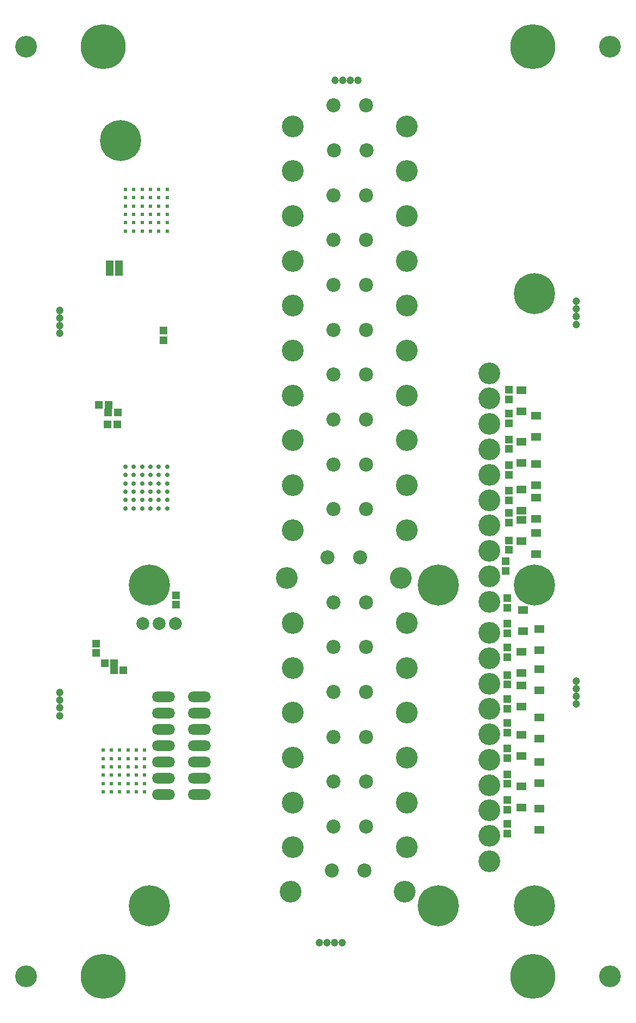
<source format=gbr>
G04 #@! TF.FileFunction,Soldermask,Bot*
%FSLAX46Y46*%
G04 Gerber Fmt 4.6, Leading zero omitted, Abs format (unit mm)*
G04 Created by KiCad (PCBNEW 4.0.6) date 07/19/17 23:08:42*
%MOMM*%
%LPD*%
G01*
G04 APERTURE LIST*
%ADD10C,0.100000*%
%ADD11C,7.000000*%
%ADD12C,3.400000*%
%ADD13C,1.200000*%
%ADD14C,0.610000*%
%ADD15C,0.700000*%
%ADD16C,0.620000*%
%ADD17R,1.150000X1.200000*%
%ADD18C,6.400000*%
%ADD19O,3.600000X1.670000*%
%ADD20R,1.200000X1.150000*%
%ADD21R,1.600000X1.300000*%
%ADD22C,2.000000*%
%ADD23C,2.200000*%
G04 APERTURE END LIST*
D10*
D11*
X121500000Y-37000000D03*
X54500000Y-37000000D03*
X54500000Y-182000000D03*
X121500000Y-182000000D03*
D12*
X133500000Y-182000000D03*
X42500000Y-182000000D03*
X42500000Y-37000000D03*
D13*
X47750000Y-81700000D03*
X47750000Y-78100000D03*
X47750000Y-79300000D03*
X47750000Y-80500000D03*
X47750000Y-141350000D03*
X47750000Y-137750000D03*
X47750000Y-138950000D03*
X47750000Y-140150000D03*
X94250000Y-42250000D03*
X90650000Y-42250000D03*
X91850000Y-42250000D03*
X93050000Y-42250000D03*
X128250000Y-139550000D03*
X128250000Y-135950000D03*
X128250000Y-137150000D03*
X128250000Y-138350000D03*
X91800000Y-176750000D03*
X88200000Y-176750000D03*
X89400000Y-176750000D03*
X90600000Y-176750000D03*
D14*
X64500000Y-65750000D03*
X63200000Y-65750000D03*
X61900000Y-65750000D03*
X60600000Y-65750000D03*
X59300000Y-65750000D03*
X58000000Y-65750000D03*
X64500000Y-64450000D03*
X63200000Y-64450000D03*
X61900000Y-64450000D03*
X60600000Y-64450000D03*
X59300000Y-64450000D03*
X58000000Y-64450000D03*
X64500000Y-63150000D03*
X63200000Y-63150000D03*
X61900000Y-63150000D03*
X60600000Y-63150000D03*
X59300000Y-63150000D03*
X58000000Y-63150000D03*
X64500000Y-61850000D03*
X63200000Y-61850000D03*
X61900000Y-61850000D03*
X60600000Y-61850000D03*
X59300000Y-61850000D03*
X58000000Y-61850000D03*
X64500000Y-60550000D03*
X63200000Y-60550000D03*
X61900000Y-60550000D03*
X60600000Y-60550000D03*
X59300000Y-60550000D03*
X58000000Y-60550000D03*
X64500000Y-59250000D03*
X63200000Y-59250000D03*
X61900000Y-59250000D03*
X60600000Y-59250000D03*
X59300000Y-59250000D03*
D15*
X64500000Y-109000000D03*
X63200000Y-109000000D03*
X61900000Y-109000000D03*
X60600000Y-109000000D03*
X59300000Y-109000000D03*
X58000000Y-109000000D03*
X64500000Y-107700000D03*
X63200000Y-107700000D03*
X61900000Y-107700000D03*
X60600000Y-107700000D03*
X59300000Y-107700000D03*
X58000000Y-107700000D03*
X64500000Y-106400000D03*
X63200000Y-106400000D03*
X61900000Y-106400000D03*
X60600000Y-106400000D03*
X59300000Y-106400000D03*
X58000000Y-106400000D03*
X64500000Y-105100000D03*
X63200000Y-105100000D03*
X61900000Y-105100000D03*
X60600000Y-105100000D03*
X59300000Y-105100000D03*
X58000000Y-105100000D03*
X64500000Y-103800000D03*
X63200000Y-103800000D03*
X61900000Y-103800000D03*
X60600000Y-103800000D03*
X59300000Y-103800000D03*
X58000000Y-103800000D03*
X64500000Y-102500000D03*
X63200000Y-102500000D03*
X61900000Y-102500000D03*
X60600000Y-102500000D03*
X59300000Y-102500000D03*
D16*
X61000000Y-153250000D03*
X59700000Y-153250000D03*
X58400000Y-153250000D03*
X57100000Y-153250000D03*
X55800000Y-153250000D03*
X54500000Y-153250000D03*
X61000000Y-151950000D03*
X59700000Y-151950000D03*
X58400000Y-151950000D03*
X57100000Y-151950000D03*
X55800000Y-151950000D03*
X54500000Y-151950000D03*
X61000000Y-150650000D03*
X59700000Y-150650000D03*
X58400000Y-150650000D03*
X57100000Y-150650000D03*
X55800000Y-150650000D03*
X54500000Y-150650000D03*
X61000000Y-149350000D03*
X59700000Y-149350000D03*
X58400000Y-149350000D03*
X57100000Y-149350000D03*
X55800000Y-149350000D03*
X54500000Y-149350000D03*
X61000000Y-148050000D03*
X59700000Y-148050000D03*
X58400000Y-148050000D03*
X57100000Y-148050000D03*
X55800000Y-148050000D03*
X54500000Y-148050000D03*
X61000000Y-146750000D03*
X59700000Y-146750000D03*
X58400000Y-146750000D03*
X57100000Y-146750000D03*
X55800000Y-146750000D03*
D12*
X100890000Y-119900000D03*
X83110000Y-119900000D03*
D17*
X117500000Y-136500000D03*
X117500000Y-135000000D03*
X117500000Y-132250000D03*
X117500000Y-130750000D03*
X117500000Y-128500000D03*
X117500000Y-127000000D03*
X117500000Y-124500000D03*
X117500000Y-123000000D03*
X117500000Y-159750000D03*
X117500000Y-158250000D03*
X117500000Y-156000000D03*
X117500000Y-154500000D03*
X117500000Y-152000000D03*
X117500000Y-150500000D03*
X117500000Y-148000000D03*
X117500000Y-146500000D03*
X117500000Y-144000000D03*
X117500000Y-142500000D03*
X117750000Y-107750000D03*
X117750000Y-106250000D03*
X117750000Y-103750000D03*
X117750000Y-102250000D03*
X117750000Y-99750000D03*
X117750000Y-98250000D03*
X117750000Y-95750000D03*
X117750000Y-94250000D03*
D18*
X121770000Y-75472000D03*
X57250000Y-51600000D03*
X61750000Y-121000000D03*
X106750000Y-121000000D03*
X121750000Y-121000000D03*
X106750000Y-171000000D03*
X121750000Y-171000000D03*
X61750000Y-171000000D03*
D12*
X101890000Y-84400000D03*
X84110000Y-84400000D03*
X101890000Y-91400000D03*
X84110000Y-91400000D03*
X101890000Y-98400000D03*
X84110000Y-98400000D03*
X101890000Y-105400000D03*
X84110000Y-105400000D03*
X101890000Y-112400000D03*
X84110000Y-112400000D03*
X101890000Y-126900000D03*
X84110000Y-126900000D03*
X101890000Y-77400000D03*
X84110000Y-77400000D03*
X101890000Y-70400000D03*
X84110000Y-70400000D03*
X101890000Y-49400000D03*
X84110000Y-49400000D03*
X101890000Y-56400000D03*
X84110000Y-56400000D03*
X101890000Y-63400000D03*
X84110000Y-63400000D03*
X101890000Y-147900000D03*
X84110000Y-147900000D03*
X101890000Y-154900000D03*
X84110000Y-154900000D03*
X101890000Y-133900000D03*
X84110000Y-133900000D03*
X101890000Y-140900000D03*
X84110000Y-140900000D03*
X101890000Y-161900000D03*
X84110000Y-161900000D03*
X101490000Y-168800000D03*
X83710000Y-168800000D03*
D19*
X63930000Y-153620000D03*
X69470000Y-153620000D03*
X63930000Y-151080000D03*
X69470000Y-151080000D03*
X63930000Y-148540000D03*
X69470000Y-148540000D03*
X63930000Y-146000000D03*
X69470000Y-146000000D03*
X63930000Y-143460000D03*
X69470000Y-143460000D03*
X63930000Y-140920000D03*
X69470000Y-140920000D03*
X63930000Y-138380000D03*
X69470000Y-138380000D03*
D17*
X117250000Y-118750000D03*
X117250000Y-117250000D03*
X117750000Y-115500000D03*
X117750000Y-114000000D03*
X117500000Y-140250000D03*
X117500000Y-138750000D03*
X117750000Y-111250000D03*
X117750000Y-109750000D03*
X117750000Y-92000000D03*
X117750000Y-90500000D03*
X65850000Y-124050000D03*
X65850000Y-122550000D03*
D20*
X54750000Y-133150000D03*
X56250000Y-133150000D03*
D17*
X53400000Y-131600000D03*
X53400000Y-130100000D03*
D20*
X56200000Y-134300000D03*
X57700000Y-134300000D03*
D17*
X63950000Y-82750000D03*
X63950000Y-81250000D03*
D20*
X55200000Y-95950000D03*
X56700000Y-95950000D03*
X55300000Y-94050000D03*
X56800000Y-94050000D03*
X55350000Y-92850000D03*
X53850000Y-92850000D03*
X57000000Y-72150000D03*
X55500000Y-72150000D03*
X57000000Y-70900000D03*
X55500000Y-70900000D03*
D16*
X54500000Y-146750000D03*
D15*
X58000000Y-102500000D03*
D14*
X58000000Y-59250000D03*
D21*
X122500000Y-137400000D03*
X122500000Y-134100000D03*
X119750000Y-134650000D03*
X119750000Y-131350000D03*
X122500000Y-131150000D03*
X122500000Y-127850000D03*
X120000000Y-128150000D03*
X120000000Y-124850000D03*
X122000000Y-116150000D03*
X122000000Y-112850000D03*
X119750000Y-114150000D03*
X119750000Y-110850000D03*
X122500000Y-159150000D03*
X122500000Y-155850000D03*
X119750000Y-155650000D03*
X119750000Y-152350000D03*
X122500000Y-151900000D03*
X122500000Y-148600000D03*
X119750000Y-147650000D03*
X119750000Y-144350000D03*
X122500000Y-144900000D03*
X122500000Y-141600000D03*
X119750000Y-139900000D03*
X119750000Y-136600000D03*
X122000000Y-110650000D03*
X122000000Y-107350000D03*
X119750000Y-106100000D03*
X119750000Y-109400000D03*
X122000000Y-105400000D03*
X122000000Y-102100000D03*
X119750000Y-101900000D03*
X119750000Y-98600000D03*
X122000000Y-97900000D03*
X122000000Y-94600000D03*
X119750000Y-93900000D03*
X119750000Y-90600000D03*
D22*
X63250000Y-127000000D03*
X65790000Y-127000000D03*
X60710000Y-127000000D03*
D12*
X114750000Y-87930000D03*
X114750000Y-91890000D03*
X114750000Y-95850000D03*
X114750000Y-99810000D03*
X114750000Y-103770000D03*
X114750000Y-107730000D03*
X114750000Y-111690000D03*
X114750000Y-115650000D03*
X114750000Y-119610000D03*
X114750000Y-123570000D03*
X114750000Y-128430000D03*
X114750000Y-132390000D03*
X114750000Y-136350000D03*
X114750000Y-140310000D03*
X114750000Y-144270000D03*
X114750000Y-148230000D03*
X114750000Y-152190000D03*
X114750000Y-156150000D03*
X114750000Y-160110000D03*
X114750000Y-164070000D03*
D23*
X95240000Y-165550000D03*
X90160000Y-165550000D03*
X95540000Y-158650000D03*
X90460000Y-158650000D03*
X95540000Y-151650000D03*
X90460000Y-151650000D03*
X95540000Y-144650000D03*
X90460000Y-144650000D03*
X95540000Y-137650000D03*
X90460000Y-137650000D03*
X95540000Y-130650000D03*
X90460000Y-130650000D03*
X95540000Y-123650000D03*
X90460000Y-123650000D03*
X94540000Y-116650000D03*
X89460000Y-116650000D03*
X95540000Y-109150000D03*
X90460000Y-109150000D03*
X95540000Y-102150000D03*
X90460000Y-102150000D03*
X95540000Y-95150000D03*
X90460000Y-95150000D03*
X95540000Y-88150000D03*
X90460000Y-88150000D03*
X95540000Y-81150000D03*
X90460000Y-81150000D03*
X95540000Y-74150000D03*
X90460000Y-74150000D03*
X95540000Y-67150000D03*
X90460000Y-67150000D03*
X95540000Y-60150000D03*
X90460000Y-60150000D03*
X95590000Y-53150000D03*
X90510000Y-53150000D03*
X95540000Y-46150000D03*
X90460000Y-46150000D03*
D13*
X128250000Y-80300000D03*
X128250000Y-76700000D03*
X128250000Y-77900000D03*
X128250000Y-79100000D03*
D12*
X133500000Y-37000000D03*
M02*

</source>
